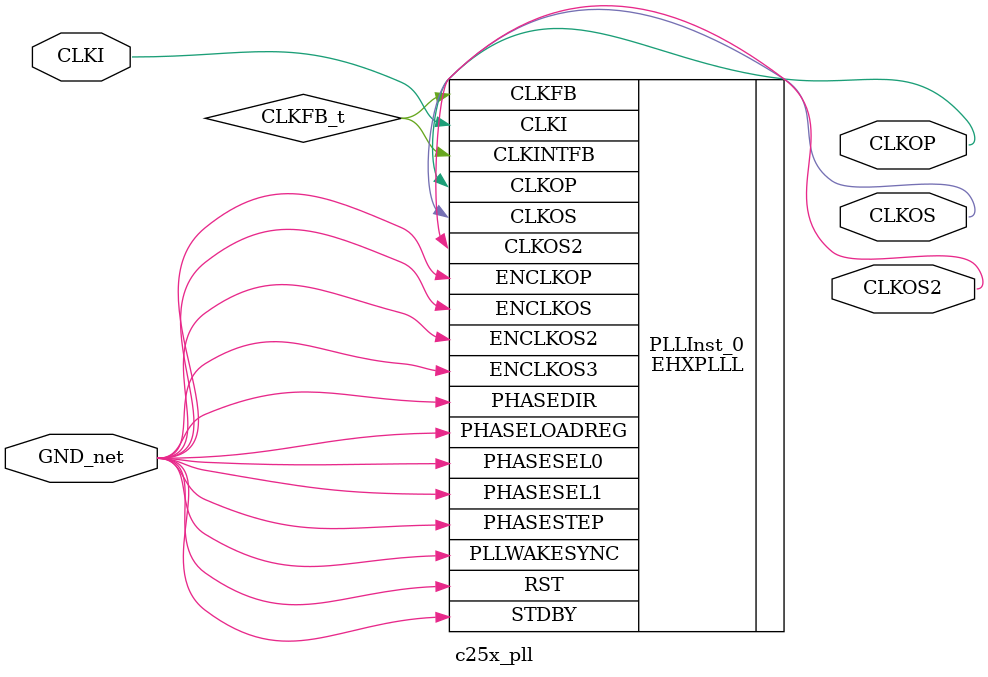
<source format=v>

module SBP_c25x_pll (CLKI, CLKOP, CLKOS, CLKOS2) /* synthesis sbp_module=1, syn_module_defined=1 */ ;   // d:/project/h100_fpga/c25x_fpga_ip/sbp_c25x_pll/sbp_c25x_pll.v(1[8:20])
    input CLKI;   // d:/project/h100_fpga/c25x_fpga_ip/sbp_c25x_pll/sbp_c25x_pll.v(2[13:17])
    output CLKOP;   // d:/project/h100_fpga/c25x_fpga_ip/sbp_c25x_pll/sbp_c25x_pll.v(3[14:19])
    output CLKOS;   // d:/project/h100_fpga/c25x_fpga_ip/sbp_c25x_pll/sbp_c25x_pll.v(4[14:19])
    output CLKOS2;   // d:/project/h100_fpga/c25x_fpga_ip/sbp_c25x_pll/sbp_c25x_pll.v(5[14:20])
    
    wire CLKI /* synthesis is_clock=1 */ ;   // d:/project/h100_fpga/c25x_fpga_ip/sbp_c25x_pll/sbp_c25x_pll.v(2[13:17])
    
    wire GND_net, VCC_net;
    
    VHI i48 (.Z(VCC_net));
    GSR GSR_INST (.GSR(VCC_net));
    c25x_pll c25x_pll_inst (.CLKI(CLKI), .CLKOP(CLKOP), .CLKOS(CLKOS), 
            .CLKOS2(CLKOS2), .GND_net(GND_net)) /* synthesis NGD_DRC_MASK=1, syn_module_defined=1 */ ;   // d:/project/h100_fpga/c25x_fpga_ip/sbp_c25x_pll/sbp_c25x_pll.v(7[10:83])
    PUR PUR_INST (.PUR(VCC_net));
    defparam PUR_INST.RST_PULSE = 1;
    VLO i4 (.Z(GND_net));
    
endmodule
//
// Verilog Description of module c25x_pll
//

module c25x_pll (CLKI, CLKOP, CLKOS, CLKOS2, GND_net) /* synthesis NGD_DRC_MASK=1, syn_module_defined=1 */ ;
    input CLKI;
    output CLKOP;
    output CLKOS;
    output CLKOS2;
    input GND_net;
    
    wire CLKI /* synthesis is_clock=1 */ ;   // d:/project/h100_fpga/c25x_fpga_ip/sbp_c25x_pll/sbp_c25x_pll.v(2[13:17])
    
    wire CLKFB_t;
    
    EHXPLLL PLLInst_0 (.CLKI(CLKI), .CLKFB(CLKFB_t), .PHASESEL0(GND_net), 
            .PHASESEL1(GND_net), .PHASEDIR(GND_net), .PHASESTEP(GND_net), 
            .PHASELOADREG(GND_net), .STDBY(GND_net), .PLLWAKESYNC(GND_net), 
            .RST(GND_net), .ENCLKOP(GND_net), .ENCLKOS(GND_net), .ENCLKOS2(GND_net), 
            .ENCLKOS3(GND_net), .CLKOP(CLKOP), .CLKOS(CLKOS), .CLKOS2(CLKOS2), 
            .CLKINTFB(CLKFB_t)) /* synthesis FREQUENCY_PIN_CLKOS2="100.000000", FREQUENCY_PIN_CLKOS="50.000000", FREQUENCY_PIN_CLKOP="50.000000", FREQUENCY_PIN_CLKI="50.000000", ICP_CURRENT="12", LPF_RESISTOR="8", syn_instantiated=1, LSE_LINE_FILE_ID=71, LSE_LCOL=10, LSE_RCOL=83, LSE_LLINE=7, LSE_RLINE=7 */ ;   // d:/project/h100_fpga/c25x_fpga_ip/sbp_c25x_pll/sbp_c25x_pll.v(7[10:83])
    defparam PLLInst_0.CLKI_DIV = 1;
    defparam PLLInst_0.CLKFB_DIV = 1;
    defparam PLLInst_0.CLKOP_DIV = 12;
    defparam PLLInst_0.CLKOS_DIV = 12;
    defparam PLLInst_0.CLKOS2_DIV = 6;
    defparam PLLInst_0.CLKOS3_DIV = 1;
    defparam PLLInst_0.CLKOP_ENABLE = "ENABLED";
    defparam PLLInst_0.CLKOS_ENABLE = "ENABLED";
    defparam PLLInst_0.CLKOS2_ENABLE = "ENABLED";
    defparam PLLInst_0.CLKOS3_ENABLE = "DISABLED";
    defparam PLLInst_0.CLKOP_CPHASE = 11;
    defparam PLLInst_0.CLKOS_CPHASE = 14;
    defparam PLLInst_0.CLKOS2_CPHASE = 5;
    defparam PLLInst_0.CLKOS3_CPHASE = 0;
    defparam PLLInst_0.CLKOP_FPHASE = 0;
    defparam PLLInst_0.CLKOS_FPHASE = 0;
    defparam PLLInst_0.CLKOS2_FPHASE = 0;
    defparam PLLInst_0.CLKOS3_FPHASE = 0;
    defparam PLLInst_0.FEEDBK_PATH = "INT_OP";
    defparam PLLInst_0.CLKOP_TRIM_POL = "FALLING";
    defparam PLLInst_0.CLKOP_TRIM_DELAY = 0;
    defparam PLLInst_0.CLKOS_TRIM_POL = "FALLING";
    defparam PLLInst_0.CLKOS_TRIM_DELAY = 0;
    defparam PLLInst_0.OUTDIVIDER_MUXA = "DIVA";
    defparam PLLInst_0.OUTDIVIDER_MUXB = "DIVB";
    defparam PLLInst_0.OUTDIVIDER_MUXC = "DIVC";
    defparam PLLInst_0.OUTDIVIDER_MUXD = "DIVD";
    defparam PLLInst_0.PLL_LOCK_MODE = 0;
    defparam PLLInst_0.PLL_LOCK_DELAY = 200;
    defparam PLLInst_0.STDBY_ENABLE = "DISABLED";
    defparam PLLInst_0.REFIN_RESET = "DISABLED";
    defparam PLLInst_0.SYNC_ENABLE = "DISABLED";
    defparam PLLInst_0.INT_LOCK_STICKY = "ENABLED";
    defparam PLLInst_0.DPHASE_SOURCE = "DISABLED";
    defparam PLLInst_0.PLLRST_ENA = "DISABLED";
    defparam PLLInst_0.INTFB_WAKE = "DISABLED";
    
endmodule
//
// Verilog Description of module PUR
// module not written out since it is a black-box. 
//


</source>
